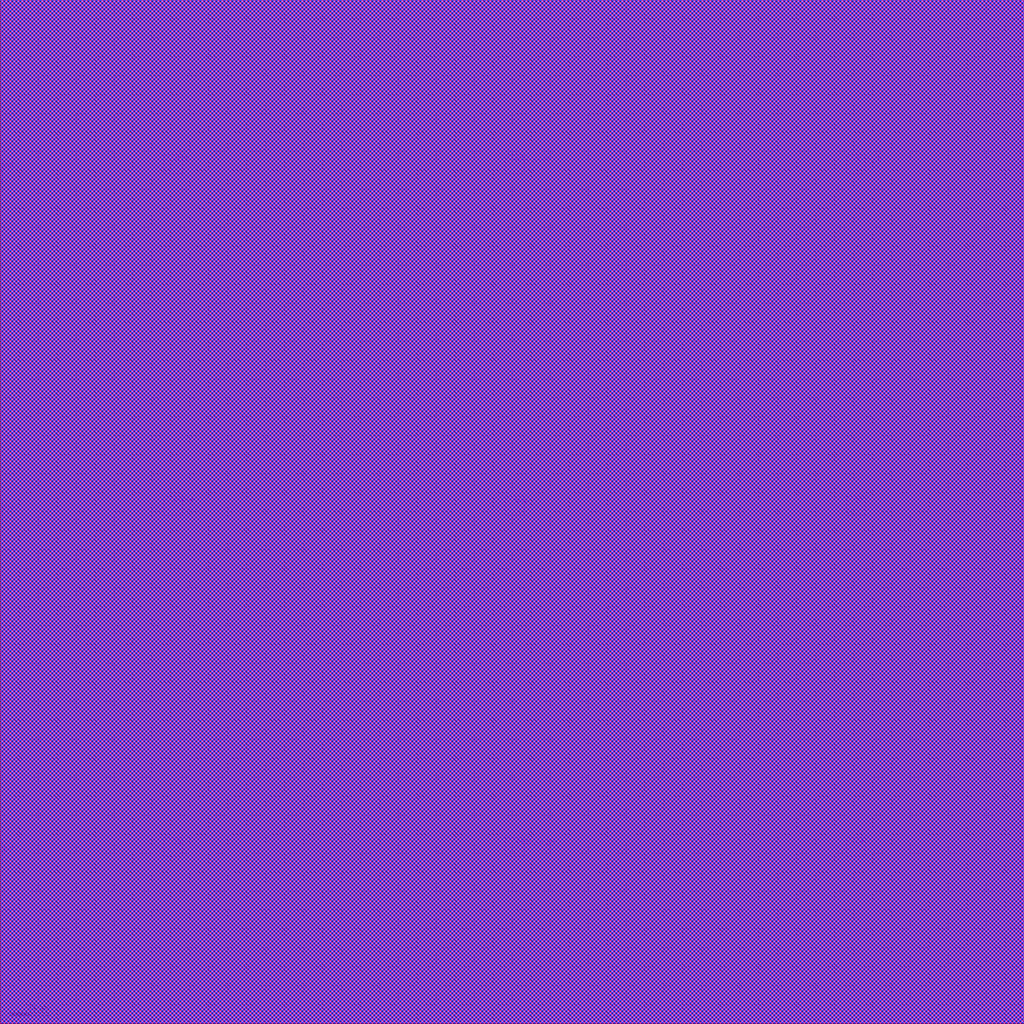
<source format=lef>
#************************************************************************************************#
# Copyright (C) 2021 by Cadence Design Systems Inc	         	                         #
#************************************************************************************************#
#************************************************************************************************#
# IP               : cdn_sd1000_t16ffc_01_vc176_2xa1xd3xe2y2r                            	 #
# DESCRIPTION      : LEF file  									 #
# CREATED BY       : Sachin Nandurkar (sachinn@cadence.com)       				 #
# LAST CHANGED     : 20210527                                                                    #
# VERSION          : 102                                                                         #
# VERSION HISTORY  : 101 20191024 , File created				 		 #
# VERSION HISTORY  : 102 20210602 , Updated bump pin location				 	 #
# DISCLAIMER       : The lef parser used to verify the syntax of this file may have bugs. Please #
#                  : ensure that there are no problems while you read this file in your tool. 	 #
#************************************************************************************************#

VERSION 5.7 ;
BUSBITCHARS "[]" ;
DIVIDERCHAR "/" ;

SITE SITEOFcdn_sd1000_t16ffc_01_vc176_2xa1xd3xe2y2r
  CLASS CORE ;
  SYMMETRY X Y ;
  SIZE 540 BY 540 ;
END SITEOFcdn_sd1000_t16ffc_01_vc176_2xa1xd3xe2y2r

MACRO cdn_sd1000_t16ffc_01_vc176_2xa1xd3xe2y2r
  CLASS BLOCK ;
  ORIGIN 0 0 ;
  FOREIGN cdn_sd1000_t16ffc_01_vc176_2xa1xd3xe2y2r 0 0 ;
  SIZE 540 BY 540 ;
  SYMMETRY X Y ;
  SITE SITEOFcdn_sd1000_t16ffc_01_vc176_2xa1xd3xe2y2r ;
  PIN tap_trst_n
    DIRECTION INPUT ;
    USE SIGNAL ;
    PORT
      LAYER M5 ;
        RECT 321.64 539.8 321.72 540 ;
    END
  END tap_trst_n
  PIN databus_reset
    DIRECTION INPUT ;
    USE SIGNAL ;
    PORT
      LAYER M5 ;
        RECT 305.88 539.8 305.96 540 ;
    END
  END databus_reset
  PIN hssi_tx_clockin
    DIRECTION INPUT ;
    USE SIGNAL ;
    PORT
      LAYER M5 ;
        RECT 265.72 539.8 265.8 540 ;
    END
  END hssi_tx_clockin
  PIN scan_sieclock
    DIRECTION INPUT ;
    USE SIGNAL ;
    PORT
      LAYER M5 ;
        RECT 266.68 539.8 266.76 540 ;
    END
  END scan_sieclock
  PIN psm_clock
    DIRECTION INPUT ;
    USE SIGNAL ;
    PORT
      LAYER M5 ;
        RECT 267.64 539.8 267.72 540 ;
    END
  END psm_clock
  PIN apb_pclk
    DIRECTION INPUT ;
    USE SIGNAL ;
    PORT
      LAYER M5 ;
        RECT 267.32 539.8 267.4 540 ;
    END
  END apb_pclk
  PIN scan_out[22]
    DIRECTION OUTPUT ;
    USE SIGNAL ;
    PORT
      LAYER M5 ;
        RECT 353.08 539.8 353.16 540 ;
    END
  END scan_out[22]
  PIN scan_out[33]
    DIRECTION OUTPUT ;
    USE SIGNAL ;
    PORT
      LAYER M5 ;
        RECT 354.84 539.8 354.92 540 ;
    END
  END scan_out[33]
  PIN scan_out[31]
    DIRECTION OUTPUT ;
    USE SIGNAL ;
    PORT
      LAYER M5 ;
        RECT 354.52 539.8 354.6 540 ;
    END
  END scan_out[31]
  PIN scan_out[29]
    DIRECTION OUTPUT ;
    USE SIGNAL ;
    PORT
      LAYER M5 ;
        RECT 354.2 539.8 354.28 540 ;
    END
  END scan_out[29]
  PIN scan_out[27]
    DIRECTION OUTPUT ;
    USE SIGNAL ;
    PORT
      LAYER M5 ;
        RECT 353.88 539.8 353.96 540 ;
    END
  END scan_out[27]
  PIN scan_out[25]
    DIRECTION OUTPUT ;
    USE SIGNAL ;
    PORT
      LAYER M5 ;
        RECT 353.56 539.8 353.64 540 ;
    END
  END scan_out[25]
  PIN scan_out[23]
    DIRECTION OUTPUT ;
    USE SIGNAL ;
    PORT
      LAYER M5 ;
        RECT 353.24 539.8 353.32 540 ;
    END
  END scan_out[23]
  PIN scan_out[20]
    DIRECTION OUTPUT ;
    USE SIGNAL ;
    PORT
      LAYER M5 ;
        RECT 352.76 539.8 352.84 540 ;
    END
  END scan_out[20]
  PIN scan_out[18]
    DIRECTION OUTPUT ;
    USE SIGNAL ;
    PORT
      LAYER M5 ;
        RECT 352.44 539.8 352.52 540 ;
    END
  END scan_out[18]
  PIN scan_in[18]
    DIRECTION INPUT ;
    USE SIGNAL ;
    PORT
      LAYER M5 ;
        RECT 279.32 539.8 279.4 540 ;
    END
  END scan_in[18]
  PIN scan_in[20]
    DIRECTION INPUT ;
    USE SIGNAL ;
    PORT
      LAYER M5 ;
        RECT 279.64 539.8 279.72 540 ;
    END
  END scan_in[20]
  PIN scan_in[22]
    DIRECTION INPUT ;
    USE SIGNAL ;
    PORT
      LAYER M5 ;
        RECT 279.96 539.8 280.04 540 ;
    END
  END scan_in[22]
  PIN adp_sense_ana
    DIRECTION OUTPUT ;
    USE SIGNAL ;
    PORT
      LAYER M5 ;
        RECT 296.52 539.8 296.6 540 ;
    END
  END adp_sense_ana
  PIN sessvld
    DIRECTION OUTPUT ;
    USE SIGNAL ;
    PORT
      LAYER M5 ;
        RECT 296.84 539.8 296.92 540 ;
    END
  END sessvld
  PIN iddig
    DIRECTION OUTPUT ;
    USE SIGNAL ;
    PORT
      LAYER M5 ;
        RECT 303.96 539.8 304.04 540 ;
    END
  END iddig
  PIN hssi_ded_ana
    DIRECTION OUTPUT ;
    USE SIGNAL ;
    PORT
      LAYER M5 ;
        RECT 304.12 539.8 304.2 540 ;
    END
  END hssi_ded_ana
  PIN hssi_squelch
    DIRECTION OUTPUT ;
    USE SIGNAL ;
    PORT
      LAYER M5 ;
        RECT 318.44 539.8 318.52 540 ;
    END
  END hssi_squelch
  PIN hssi_dataout[0]
    DIRECTION OUTPUT ;
    USE SIGNAL ;
    PORT
      LAYER M5 ;
        RECT 337.56 539.8 337.64 540 ;
    END
  END hssi_dataout[0]
  PIN hssi_dataout[2]
    DIRECTION OUTPUT ;
    USE SIGNAL ;
    PORT
      LAYER M5 ;
        RECT 337.88 539.8 337.96 540 ;
    END
  END hssi_dataout[2]
  PIN rx_rcv
    DIRECTION OUTPUT ;
    USE SIGNAL ;
    PORT
      LAYER M5 ;
        RECT 325.48 539.8 325.56 540 ;
    END
  END rx_rcv
  PIN rx_dm
    DIRECTION OUTPUT ;
    USE SIGNAL ;
    PORT
      LAYER M5 ;
        RECT 304.44 539.8 304.52 540 ;
    END
  END rx_dm
  PIN dataout[1]
    DIRECTION OUTPUT ;
    USE SIGNAL ;
    PORT
      LAYER M5 ;
        RECT 335.16 539.8 335.24 540 ;
    END
  END dataout[1]
  PIN datain[6]
    DIRECTION INPUT ;
    USE SIGNAL ;
    PORT
      LAYER M5 ;
        RECT 292.36 539.8 292.44 540 ;
    END
  END datain[6]
  PIN datain[8]
    DIRECTION INPUT ;
    USE SIGNAL ;
    PORT
      LAYER M5 ;
        RECT 292.68 539.8 292.76 540 ;
    END
  END datain[8]
  PIN dp_vdat_ref_comp_en
    DIRECTION INPUT ;
    USE SIGNAL ;
    PORT
      LAYER M5 ;
        RECT 310.84 539.8 310.92 540 ;
    END
  END dp_vdat_ref_comp_en
  PIN scan_in[34]
    DIRECTION INPUT ;
    USE SIGNAL ;
    PORT
      LAYER M5 ;
        RECT 281.88 539.8 281.96 540 ;
    END
  END scan_in[34]
  PIN usb2_phy_spare_out[7]
    DIRECTION OUTPUT ;
    USE SIGNAL ;
    PORT
      LAYER M5 ;
        RECT 340.6 539.8 340.68 540 ;
    END
  END usb2_phy_spare_out[7]
  PIN apb_pready
    DIRECTION OUTPUT ;
    USE SIGNAL ;
    PORT
      LAYER M5 ;
        RECT 306.2 539.8 306.28 540 ;
    END
  END apb_pready
  PIN usb2_phy_spare_out[1]
    DIRECTION OUTPUT ;
    USE SIGNAL ;
    PORT
      LAYER M5 ;
        RECT 339.64 539.8 339.72 540 ;
    END
  END usb2_phy_spare_out[1]
  PIN usb2_phy_spare_out[5]
    DIRECTION OUTPUT ;
    USE SIGNAL ;
    PORT
      LAYER M5 ;
        RECT 340.28 539.8 340.36 540 ;
    END
  END usb2_phy_spare_out[5]
  PIN dm_vdat_ref_comp_en
    DIRECTION INPUT ;
    USE SIGNAL ;
    PORT
      LAYER M5 ;
        RECT 324.36 539.8 324.44 540 ;
    END
  END dm_vdat_ref_comp_en
  PIN usb2_phy_spare_out[3]
    DIRECTION OUTPUT ;
    USE SIGNAL ;
    PORT
      LAYER M5 ;
        RECT 339.96 539.8 340.04 540 ;
    END
  END usb2_phy_spare_out[3]
  PIN scan_in[17]
    DIRECTION INPUT ;
    USE SIGNAL ;
    PORT
      LAYER M5 ;
        RECT 279.16 539.8 279.24 540 ;
    END
  END scan_in[17]
  PIN bist_mode_sel[0]
    DIRECTION INPUT ;
    USE SIGNAL ;
    PORT
      LAYER M5 ;
        RECT 333.08 539.8 333.16 540 ;
    END
  END bist_mode_sel[0]
  PIN scan_in[14]
    DIRECTION INPUT ;
    USE SIGNAL ;
    PORT
      LAYER M5 ;
        RECT 278.68 539.8 278.76 540 ;
    END
  END scan_in[14]
  PIN scan_en
    DIRECTION INPUT ;
    USE SIGNAL ;
    PORT
      LAYER M5 ;
        RECT 309.4 539.8 309.48 540 ;
    END
  END scan_en
  PIN dataout[11]
    DIRECTION OUTPUT ;
    USE SIGNAL ;
    PORT
      LAYER M5 ;
        RECT 336.76 539.8 336.84 540 ;
    END
  END dataout[11]
  PIN dataout[9]
    DIRECTION OUTPUT ;
    USE SIGNAL ;
    PORT
      LAYER M5 ;
        RECT 336.44 539.8 336.52 540 ;
    END
  END dataout[9]
  PIN apb_presetn
    DIRECTION INPUT ;
    USE SIGNAL ;
    PORT
      LAYER M5 ;
        RECT 321.48 539.8 321.56 540 ;
    END
  END apb_presetn
  PIN iddq_mode
    DIRECTION INPUT ;
    USE SIGNAL ;
    PORT
      LAYER M5 ;
        RECT 310.04 539.8 310.12 540 ;
    END
  END iddq_mode
  PIN scan_clock
    DIRECTION INPUT ;
    USE SIGNAL ;
    PORT
      LAYER M5 ;
        RECT 267.96 539.8 268.04 540 ;
    END
  END scan_clock
  PIN tx_se0
    DIRECTION INPUT ;
    USE SIGNAL ;
    PORT
      LAYER M5 ;
        RECT 323.24 539.8 323.32 540 ;
    END
  END tx_se0
  PIN dataout[13]
    DIRECTION OUTPUT ;
    USE SIGNAL ;
    PORT
      LAYER M5 ;
        RECT 337.08 539.8 337.16 540 ;
    END
  END dataout[13]
  PIN dataout[15]
    DIRECTION OUTPUT ;
    USE SIGNAL ;
    PORT
      LAYER M5 ;
        RECT 337.4 539.8 337.48 540 ;
    END
  END dataout[15]
  PIN rxvalid
    DIRECTION OUTPUT ;
    USE SIGNAL ;
    PORT
      LAYER M5 ;
        RECT 319.24 539.8 319.32 540 ;
    END
  END rxvalid
  PIN rxactive
    DIRECTION OUTPUT ;
    USE SIGNAL ;
    PORT
      LAYER M5 ;
        RECT 307.16 539.8 307.24 540 ;
    END
  END rxactive
  PIN linestate[0]
    DIRECTION OUTPUT ;
    USE SIGNAL ;
    PORT
      LAYER M5 ;
        RECT 305.4 539.8 305.48 540 ;
    END
  END linestate[0]
  PIN hostdisconnect
    DIRECTION OUTPUT ;
    USE SIGNAL ;
    PORT
      LAYER M5 ;
        RECT 305.72 539.8 305.8 540 ;
    END
  END hostdisconnect
  PIN scan_out[1]
    DIRECTION OUTPUT ;
    USE SIGNAL ;
    PORT
      LAYER M5 ;
        RECT 340.92 539.8 341 540 ;
    END
  END scan_out[1]
  PIN scan_out[3]
    DIRECTION OUTPUT ;
    USE SIGNAL ;
    PORT
      LAYER M5 ;
        RECT 341.24 539.8 341.32 540 ;
    END
  END scan_out[3]
  PIN scan_out[5]
    DIRECTION OUTPUT ;
    USE SIGNAL ;
    PORT
      LAYER M5 ;
        RECT 341.56 539.8 341.64 540 ;
    END
  END scan_out[5]
  PIN scan_out[7]
    DIRECTION OUTPUT ;
    USE SIGNAL ;
    PORT
      LAYER M5 ;
        RECT 341.88 539.8 341.96 540 ;
    END
  END scan_out[7]
  PIN scan_out[9]
    DIRECTION OUTPUT ;
    USE SIGNAL ;
    PORT
      LAYER M5 ;
        RECT 342.2 539.8 342.28 540 ;
    END
  END scan_out[9]
  PIN scan_out[11]
    DIRECTION OUTPUT ;
    USE SIGNAL ;
    PORT
      LAYER M5 ;
        RECT 342.52 539.8 342.6 540 ;
    END
  END scan_out[11]
  PIN scan_out[13]
    DIRECTION OUTPUT ;
    USE SIGNAL ;
    PORT
      LAYER M5 ;
        RECT 342.84 539.8 342.92 540 ;
    END
  END scan_out[13]
  PIN hssi_rx_clockout
    DIRECTION OUTPUT ;
    USE SIGNAL ;
    PORT
      LAYER M5 ;
        RECT 269.24 539.8 269.32 540 ;
    END
  END hssi_rx_clockout
  PIN pll_clockout
    DIRECTION OUTPUT ;
    USE SIGNAL ;
    PORT
      LAYER M5 ;
        RECT 268.92 539.8 269 540 ;
    END
  END pll_clockout
  PIN scan_ats_sieclock
    DIRECTION OUTPUT ;
    USE SIGNAL ;
    PORT
      LAYER M5 ;
        RECT 265.08 539.8 265.16 540 ;
    END
  END scan_ats_sieclock
  PIN tx_dat
    DIRECTION INPUT ;
    USE SIGNAL ;
    PORT
      LAYER M5 ;
        RECT 319.4 539.8 319.48 540 ;
    END
  END tx_dat
  PIN refclock
    DIRECTION INPUT ;
    USE SIGNAL ;
    PORT
      LAYER M5 ;
        RECT 266.04 539.8 266.12 540 ;
    END
  END refclock
  PIN tap_tck
    DIRECTION INPUT ;
    USE SIGNAL ;
    PORT
      LAYER M5 ;
        RECT 306.04 539.8 306.12 540 ;
    END
  END tap_tck
  PIN scan_hsclock
    DIRECTION INPUT ;
    USE SIGNAL ;
    PORT
      LAYER M5 ;
        RECT 267 539.8 267.08 540 ;
    END
  END scan_hsclock
  PIN datain[0]
    DIRECTION INPUT ;
    USE SIGNAL ;
    PORT
      LAYER M5 ;
        RECT 291.4 539.8 291.48 540 ;
    END
  END datain[0]
  PIN datain[2]
    DIRECTION INPUT ;
    USE SIGNAL ;
    PORT
      LAYER M5 ;
        RECT 291.72 539.8 291.8 540 ;
    END
  END datain[2]
  PIN datain[4]
    DIRECTION INPUT ;
    USE SIGNAL ;
    PORT
      LAYER M5 ;
        RECT 292.04 539.8 292.12 540 ;
    END
  END datain[4]
  PIN bist_complete
    DIRECTION OUTPUT ;
    USE SIGNAL ;
    PORT
      LAYER M5 ;
        RECT 295.72 539.8 295.8 540 ;
    END
  END bist_complete
  PIN rid_float_comp_sts
    DIRECTION OUTPUT ;
    USE SIGNAL ;
    PORT
      LAYER M5 ;
        RECT 295.88 539.8 295.96 540 ;
    END
  END rid_float_comp_sts
  PIN rid_b_comp_sts
    DIRECTION OUTPUT ;
    USE SIGNAL ;
    PORT
      LAYER M5 ;
        RECT 306.52 539.8 306.6 540 ;
    END
  END rid_b_comp_sts
  PIN dp_vdat_ref_comp_sts
    DIRECTION OUTPUT ;
    USE SIGNAL ;
    PORT
      LAYER M5 ;
        RECT 296.2 539.8 296.28 540 ;
    END
  END dp_vdat_ref_comp_sts
  PIN dm_vdat_ref_comp_sts
    DIRECTION OUTPUT ;
    USE SIGNAL ;
    PORT
      LAYER M5 ;
        RECT 296.36 539.8 296.44 540 ;
    END
  END dm_vdat_ref_comp_sts
  PIN pll_clk_sel[1]
    DIRECTION INPUT ;
    USE SIGNAL ;
    PORT
      LAYER M5 ;
        RECT 266.36 539.8 266.44 540 ;
    END
  END pll_clk_sel[1]
  PIN option_cv
    DIRECTION INPUT ;
    USE SIGNAL ;
    PORT
      LAYER M5 ;
        RECT 345.08 539.8 345.16 540 ;
    END
  END option_cv
  PIN tap_tms
    DIRECTION INPUT ;
    USE SIGNAL ;
    PORT
      LAYER M5 ;
        RECT 309.72 539.8 309.8 540 ;
    END
  END tap_tms
  PIN apb_pwdata[0]
    DIRECTION INPUT ;
    USE SIGNAL ;
    PORT
      LAYER M5 ;
        RECT 333.72 539.8 333.8 540 ;
    END
  END apb_pwdata[0]
  PIN apb_pwdata[2]
    DIRECTION INPUT ;
    USE SIGNAL ;
    PORT
      LAYER M5 ;
        RECT 334.04 539.8 334.12 540 ;
    END
  END apb_pwdata[2]
  PIN apb_pwdata[4]
    DIRECTION INPUT ;
    USE SIGNAL ;
    PORT
      LAYER M5 ;
        RECT 334.36 539.8 334.44 540 ;
    END
  END apb_pwdata[4]
  PIN apb_pwdata[6]
    DIRECTION INPUT ;
    USE SIGNAL ;
    PORT
      LAYER M5 ;
        RECT 334.68 539.8 334.76 540 ;
    END
  END apb_pwdata[6]
  PIN apb_paddr[0]
    DIRECTION INPUT ;
    USE SIGNAL ;
    PORT
      LAYER M5 ;
        RECT 332.92 539.8 333 540 ;
    END
  END apb_paddr[0]
  PIN scan_out[16]
    DIRECTION OUTPUT ;
    USE SIGNAL ;
    PORT
      LAYER M5 ;
        RECT 343.32 539.8 343.4 540 ;
    END
  END scan_out[16]
  PIN datain[14]
    DIRECTION INPUT ;
    USE SIGNAL ;
    PORT
      LAYER M5 ;
        RECT 293.64 539.8 293.72 540 ;
    END
  END datain[14]
  PIN usb2_phy_spare_out[6]
    DIRECTION OUTPUT ;
    USE SIGNAL ;
    PORT
      LAYER M5 ;
        RECT 340.44 539.8 340.52 540 ;
    END
  END usb2_phy_spare_out[6]
  PIN bist_error_count[0]
    DIRECTION OUTPUT ;
    USE SIGNAL ;
    PORT
      LAYER M5 ;
        RECT 338.2 539.8 338.28 540 ;
    END
  END bist_error_count[0]
  PIN bist_error_count[2]
    DIRECTION OUTPUT ;
    USE SIGNAL ;
    PORT
      LAYER M5 ;
        RECT 338.52 539.8 338.6 540 ;
    END
  END bist_error_count[2]
  PIN bist_error_count[4]
    DIRECTION OUTPUT ;
    USE SIGNAL ;
    PORT
      LAYER M5 ;
        RECT 338.84 539.8 338.92 540 ;
    END
  END bist_error_count[4]
  PIN bist_error_count[6]
    DIRECTION OUTPUT ;
    USE SIGNAL ;
    PORT
      LAYER M5 ;
        RECT 339.16 539.8 339.24 540 ;
    END
  END bist_error_count[6]
  PIN bist_error
    DIRECTION OUTPUT ;
    USE SIGNAL ;
    PORT
      LAYER M5 ;
        RECT 310.52 539.8 310.6 540 ;
    END
  END bist_error
  PIN rid_gnd_comp_sts
    DIRECTION OUTPUT ;
    USE SIGNAL ;
    PORT
      LAYER M5 ;
        RECT 306.36 539.8 306.44 540 ;
    END
  END rid_gnd_comp_sts
  PIN rid_c_comp_sts
    DIRECTION OUTPUT ;
    USE SIGNAL ;
    PORT
      LAYER M5 ;
        RECT 325.64 539.8 325.72 540 ;
    END
  END rid_c_comp_sts
  PIN rid_a_comp_sts
    DIRECTION OUTPUT ;
    USE SIGNAL ;
    PORT
      LAYER M5 ;
        RECT 296.04 539.8 296.12 540 ;
    END
  END rid_a_comp_sts
  PIN dm_vlgc_comp_sts
    DIRECTION OUTPUT ;
    USE SIGNAL ;
    PORT
      LAYER M5 ;
        RECT 306.68 539.8 306.76 540 ;
    END
  END dm_vlgc_comp_sts
  PIN dcd_comp_sts
    DIRECTION OUTPUT ;
    USE SIGNAL ;
    PORT
      LAYER M5 ;
        RECT 306.84 539.8 306.92 540 ;
    END
  END dcd_comp_sts
  PIN adp_probe_ana
    DIRECTION OUTPUT ;
    USE SIGNAL ;
    PORT
      LAYER M5 ;
        RECT 296.68 539.8 296.76 540 ;
    END
  END adp_probe_ana
  PIN vbusvalid
    DIRECTION OUTPUT ;
    USE SIGNAL ;
    PORT
      LAYER M5 ;
        RECT 297 539.8 297.08 540 ;
    END
  END vbusvalid
  PIN hssi_chirp_data
    DIRECTION OUTPUT ;
    USE SIGNAL ;
    PORT
      LAYER M5 ;
        RECT 317.96 539.8 318.04 540 ;
    END
  END hssi_chirp_data
  PIN hssi_rxerror
    DIRECTION OUTPUT ;
    USE SIGNAL ;
    PORT
      LAYER M5 ;
        RECT 307 539.8 307.08 540 ;
    END
  END hssi_rxerror
  PIN hssi_rxvalid
    DIRECTION OUTPUT ;
    USE SIGNAL ;
    PORT
      LAYER M5 ;
        RECT 304.28 539.8 304.36 540 ;
    END
  END hssi_rxvalid
  PIN hssi_dataout[1]
    DIRECTION OUTPUT ;
    USE SIGNAL ;
    PORT
      LAYER M5 ;
        RECT 337.72 539.8 337.8 540 ;
    END
  END hssi_dataout[1]
  PIN hssi_dataout[3]
    DIRECTION OUTPUT ;
    USE SIGNAL ;
    PORT
      LAYER M5 ;
        RECT 338.04 539.8 338.12 540 ;
    END
  END hssi_dataout[3]
  PIN rx_dp
    DIRECTION OUTPUT ;
    USE SIGNAL ;
    PORT
      LAYER M5 ;
        RECT 318.92 539.8 319 540 ;
    END
  END rx_dp
  PIN dataout[0]
    DIRECTION OUTPUT ;
    USE SIGNAL ;
    PORT
      LAYER M5 ;
        RECT 335 539.8 335.08 540 ;
    END
  END dataout[0]
  PIN dataout[2]
    DIRECTION OUTPUT ;
    USE SIGNAL ;
    PORT
      LAYER M5 ;
        RECT 335.32 539.8 335.4 540 ;
    END
  END dataout[2]
  PIN dataout[4]
    DIRECTION OUTPUT ;
    USE SIGNAL ;
    PORT
      LAYER M5 ;
        RECT 335.64 539.8 335.72 540 ;
    END
  END dataout[4]
  PIN dataout[6]
    DIRECTION OUTPUT ;
    USE SIGNAL ;
    PORT
      LAYER M5 ;
        RECT 335.96 539.8 336.04 540 ;
    END
  END dataout[6]
  PIN dataout[8]
    DIRECTION OUTPUT ;
    USE SIGNAL ;
    PORT
      LAYER M5 ;
        RECT 336.28 539.8 336.36 540 ;
    END
  END dataout[8]
  PIN dataout[10]
    DIRECTION OUTPUT ;
    USE SIGNAL ;
    PORT
      LAYER M5 ;
        RECT 336.6 539.8 336.68 540 ;
    END
  END dataout[10]
  PIN dataout[12]
    DIRECTION OUTPUT ;
    USE SIGNAL ;
    PORT
      LAYER M5 ;
        RECT 336.92 539.8 337 540 ;
    END
  END dataout[12]
  PIN dataout[14]
    DIRECTION OUTPUT ;
    USE SIGNAL ;
    PORT
      LAYER M5 ;
        RECT 337.24 539.8 337.32 540 ;
    END
  END dataout[14]
  PIN rxvalidh
    DIRECTION OUTPUT ;
    USE SIGNAL ;
    PORT
      LAYER M5 ;
        RECT 325.32 539.8 325.4 540 ;
    END
  END rxvalidh
  PIN rxerror
    DIRECTION OUTPUT ;
    USE SIGNAL ;
    PORT
      LAYER M5 ;
        RECT 304.92 539.8 305 540 ;
    END
  END rxerror
  PIN txready
    DIRECTION OUTPUT ;
    USE SIGNAL ;
    PORT
      LAYER M5 ;
        RECT 305.24 539.8 305.32 540 ;
    END
  END txready
  PIN linestate[1]
    DIRECTION OUTPUT ;
    USE SIGNAL ;
    PORT
      LAYER M5 ;
        RECT 305.56 539.8 305.64 540 ;
    END
  END linestate[1]
  PIN scan_out[0]
    DIRECTION OUTPUT ;
    USE SIGNAL ;
    PORT
      LAYER M5 ;
        RECT 340.76 539.8 340.84 540 ;
    END
  END scan_out[0]
  PIN scan_out[2]
    DIRECTION OUTPUT ;
    USE SIGNAL ;
    PORT
      LAYER M5 ;
        RECT 341.08 539.8 341.16 540 ;
    END
  END scan_out[2]
  PIN scan_out[4]
    DIRECTION OUTPUT ;
    USE SIGNAL ;
    PORT
      LAYER M5 ;
        RECT 341.4 539.8 341.48 540 ;
    END
  END scan_out[4]
  PIN scan_out[6]
    DIRECTION OUTPUT ;
    USE SIGNAL ;
    PORT
      LAYER M5 ;
        RECT 341.72 539.8 341.8 540 ;
    END
  END scan_out[6]
  PIN scan_out[8]
    DIRECTION OUTPUT ;
    USE SIGNAL ;
    PORT
      LAYER M5 ;
        RECT 342.04 539.8 342.12 540 ;
    END
  END scan_out[8]
  PIN scan_out[10]
    DIRECTION OUTPUT ;
    USE SIGNAL ;
    PORT
      LAYER M5 ;
        RECT 342.36 539.8 342.44 540 ;
    END
  END scan_out[10]
  PIN scan_out[12]
    DIRECTION OUTPUT ;
    USE SIGNAL ;
    PORT
      LAYER M5 ;
        RECT 342.68 539.8 342.76 540 ;
    END
  END scan_out[12]
  PIN scan_out[14]
    DIRECTION OUTPUT ;
    USE SIGNAL ;
    PORT
      LAYER M5 ;
        RECT 343 539.8 343.08 540 ;
    END
  END scan_out[14]
  PIN hssi_tx_clockout
    DIRECTION OUTPUT ;
    USE SIGNAL ;
    PORT
      LAYER M5 ;
        RECT 264.76 539.8 264.84 540 ;
    END
  END hssi_tx_clockout
  PIN sieclock
    DIRECTION OUTPUT ;
    USE SIGNAL ;
    PORT
      LAYER M5 ;
        RECT 268.6 539.8 268.68 540 ;
    END
  END sieclock
  PIN scan_ats_hsclock
    DIRECTION OUTPUT ;
    USE SIGNAL ;
    PORT
      LAYER M5 ;
        RECT 265.4 539.8 265.48 540 ;
    END
  END scan_ats_hsclock
  PIN option_n
    DIRECTION INPUT ;
    USE SIGNAL ;
    PORT
      LAYER M5 ;
        RECT 344.92 539.8 345 540 ;
    END
  END option_n
  PIN tap_tdi
    DIRECTION INPUT ;
    USE SIGNAL ;
    PORT
      LAYER M5 ;
        RECT 307.32 539.8 307.4 540 ;
    END
  END tap_tdi
  PIN apb_pwdata[1]
    DIRECTION INPUT ;
    USE SIGNAL ;
    PORT
      LAYER M5 ;
        RECT 333.88 539.8 333.96 540 ;
    END
  END apb_pwdata[1]
  PIN apb_pwdata[3]
    DIRECTION INPUT ;
    USE SIGNAL ;
    PORT
      LAYER M5 ;
        RECT 334.2 539.8 334.28 540 ;
    END
  END apb_pwdata[3]
  PIN apb_pwdata[5]
    DIRECTION INPUT ;
    USE SIGNAL ;
    PORT
      LAYER M5 ;
        RECT 334.52 539.8 334.6 540 ;
    END
  END apb_pwdata[5]
  PIN apb_pwdata[7]
    DIRECTION INPUT ;
    USE SIGNAL ;
    PORT
      LAYER M5 ;
        RECT 334.84 539.8 334.92 540 ;
    END
  END apb_pwdata[7]
  PIN apb_paddr[1]
    DIRECTION INPUT ;
    USE SIGNAL ;
    PORT
      LAYER M5 ;
        RECT 332.76 539.8 332.84 540 ;
    END
  END apb_paddr[1]
  PIN apb_paddr[2]
    DIRECTION INPUT ;
    USE SIGNAL ;
    PORT
      LAYER M5 ;
        RECT 332.6 539.8 332.68 540 ;
    END
  END apb_paddr[2]
  PIN scan_in[15]
    DIRECTION INPUT ;
    USE SIGNAL ;
    PORT
      LAYER M5 ;
        RECT 278.84 539.8 278.92 540 ;
    END
  END scan_in[15]
  PIN scan_en_cg
    DIRECTION INPUT ;
    USE SIGNAL ;
    PORT
      LAYER M5 ;
        RECT 282.04 539.8 282.12 540 ;
    END
  END scan_en_cg
  PIN tap_tdoen
    DIRECTION OUTPUT ;
    USE SIGNAL ;
    PORT
      LAYER M5 ;
        RECT 295.24 539.8 295.32 540 ;
    END
  END tap_tdoen
  PIN apb_prdata[0]
    DIRECTION OUTPUT ;
    USE SIGNAL ;
    PORT
      LAYER M5 ;
        RECT 343.48 539.8 343.56 540 ;
    END
  END apb_prdata[0]
  PIN apb_prdata[2]
    DIRECTION OUTPUT ;
    USE SIGNAL ;
    PORT
      LAYER M5 ;
        RECT 343.8 539.8 343.88 540 ;
    END
  END apb_prdata[2]
  PIN apb_prdata[4]
    DIRECTION OUTPUT ;
    USE SIGNAL ;
    PORT
      LAYER M5 ;
        RECT 344.12 539.8 344.2 540 ;
    END
  END apb_prdata[4]
  PIN apb_prdata[6]
    DIRECTION OUTPUT ;
    USE SIGNAL ;
    PORT
      LAYER M5 ;
        RECT 344.44 539.8 344.52 540 ;
    END
  END apb_prdata[6]
  PIN apb_paddr[4]
    DIRECTION INPUT ;
    USE SIGNAL ;
    PORT
      LAYER M5 ;
        RECT 332.28 539.8 332.36 540 ;
    END
  END apb_paddr[4]
  PIN apb_paddr[6]
    DIRECTION INPUT ;
    USE SIGNAL ;
    PORT
      LAYER M5 ;
        RECT 331.96 539.8 332.04 540 ;
    END
  END apb_paddr[6]
  PIN usb2_phy_irq
    DIRECTION OUTPUT ;
    USE SIGNAL ;
    PORT
      LAYER M5 ;
        RECT 345.24 539.8 345.32 540 ;
    END
  END usb2_phy_irq
  PIN apb_penable
    DIRECTION INPUT ;
    USE SIGNAL ;
    PORT
      LAYER M5 ;
        RECT 325.16 539.8 325.24 540 ;
    END
  END apb_penable
  PIN usb2_phy_spare_in[0]
    DIRECTION INPUT ;
    USE SIGNAL ;
    PORT
      LAYER M5 ;
        RECT 293.96 539.8 294.04 540 ;
    END
  END usb2_phy_spare_in[0]
  PIN usb2_phy_spare_in[2]
    DIRECTION INPUT ;
    USE SIGNAL ;
    PORT
      LAYER M5 ;
        RECT 294.28 539.8 294.36 540 ;
    END
  END usb2_phy_spare_in[2]
  PIN usb2_phy_spare_in[4]
    DIRECTION INPUT ;
    USE SIGNAL ;
    PORT
      LAYER M5 ;
        RECT 294.6 539.8 294.68 540 ;
    END
  END usb2_phy_spare_in[4]
  PIN usb2_phy_spare_in[6]
    DIRECTION INPUT ;
    USE SIGNAL ;
    PORT
      LAYER M5 ;
        RECT 294.92 539.8 295 540 ;
    END
  END usb2_phy_spare_in[6]
  PIN loopback[0]
    DIRECTION INPUT ;
    USE SIGNAL ;
    PORT
      LAYER M5 ;
        RECT 325 539.8 325.08 540 ;
    END
  END loopback[0]
  PIN bist_on
    DIRECTION INPUT ;
    USE SIGNAL ;
    PORT
      LAYER M5 ;
        RECT 324.68 539.8 324.76 540 ;
    END
  END bist_on
  PIN bist_mode_sel[1]
    DIRECTION INPUT ;
    USE SIGNAL ;
    PORT
      LAYER M5 ;
        RECT 333.24 539.8 333.32 540 ;
    END
  END bist_mode_sel[1]
  PIN bist_mode_sel[3]
    DIRECTION INPUT ;
    USE SIGNAL ;
    PORT
      LAYER M5 ;
        RECT 333.56 539.8 333.64 540 ;
    END
  END bist_mode_sel[3]
  PIN pll_bypass_mode
    DIRECTION INPUT ;
    USE SIGNAL ;
    PORT
      LAYER M5 ;
        RECT 307.64 539.8 307.72 540 ;
    END
  END pll_bypass_mode
  PIN vdp_src_en
    DIRECTION INPUT ;
    USE SIGNAL ;
    PORT
      LAYER M5 ;
        RECT 307.96 539.8 308.04 540 ;
    END
  END vdp_src_en
  PIN rid_nonfloat_comp_en
    DIRECTION INPUT ;
    USE SIGNAL ;
    PORT
      LAYER M5 ;
        RECT 324.52 539.8 324.6 540 ;
    END
  END rid_nonfloat_comp_en
  PIN idp_src_en
    DIRECTION INPUT ;
    USE SIGNAL ;
    PORT
      LAYER M5 ;
        RECT 295.56 539.8 295.64 540 ;
    END
  END idp_src_en
  PIN idm_sink_en
    DIRECTION INPUT ;
    USE SIGNAL ;
    PORT
      LAYER M5 ;
        RECT 308.12 539.8 308.2 540 ;
    END
  END idm_sink_en
  PIN dm_vlgc_comp_en
    DIRECTION INPUT ;
    USE SIGNAL ;
    PORT
      LAYER M5 ;
        RECT 311 539.8 311.08 540 ;
    END
  END dm_vlgc_comp_en
  PIN bc_en
    DIRECTION INPUT ;
    USE SIGNAL ;
    PORT
      LAYER M5 ;
        RECT 324.2 539.8 324.28 540 ;
    END
  END bc_en
  PIN adp_sink_current_en
    DIRECTION INPUT ;
    USE SIGNAL ;
    PORT
      LAYER M5 ;
        RECT 311.32 539.8 311.4 540 ;
    END
  END adp_sink_current_en
  PIN adp_en
    DIRECTION INPUT ;
    USE SIGNAL ;
    PORT
      LAYER M5 ;
        RECT 311.64 539.8 311.72 540 ;
    END
  END adp_en
  PIN idpullup
    DIRECTION INPUT ;
    USE SIGNAL ;
    PORT
      LAYER M5 ;
        RECT 308.28 539.8 308.36 540 ;
    END
  END idpullup
  PIN vbus_sel[1]
    DIRECTION INPUT ;
    USE SIGNAL ;
    PORT
      LAYER M5 ;
        RECT 321.32 539.8 321.4 540 ;
    END
  END vbus_sel[1]
  PIN pllrefsel[1]
    DIRECTION INPUT ;
    USE SIGNAL ;
    PORT
      LAYER M5 ;
        RECT 321.8 539.8 321.88 540 ;
    END
  END pllrefsel[1]
  PIN pllrefsel[3]
    DIRECTION INPUT ;
    USE SIGNAL ;
    PORT
      LAYER M5 ;
        RECT 322.28 539.8 322.36 540 ;
    END
  END pllrefsel[3]
  PIN pll_standalone
    DIRECTION INPUT ;
    USE SIGNAL ;
    PORT
      LAYER M5 ;
        RECT 308.44 539.8 308.52 540 ;
    END
  END pll_standalone
  PIN pll_clk_sel[0]
    DIRECTION INPUT ;
    USE SIGNAL ;
    PORT
      LAYER M5 ;
        RECT 268.28 539.8 268.36 540 ;
    END
  END pll_clk_sel[0]
  PIN usb2_phy_arch[0]
    DIRECTION INPUT ;
    USE SIGNAL ;
    PORT
      LAYER M5 ;
        RECT 318.28 539.8 318.36 540 ;
    END
  END usb2_phy_arch[0]
  PIN pso_disable_sel[0]
    DIRECTION INPUT ;
    USE SIGNAL ;
    PORT
      LAYER M5 ;
        RECT 304.6 539.8 304.68 540 ;
    END
  END pso_disable_sel[0]
  PIN pso_disable
    DIRECTION INPUT ;
    USE SIGNAL ;
    PORT
      LAYER M5 ;
        RECT 318.6 539.8 318.68 540 ;
    END
  END pso_disable
  PIN hssi_tx_enable
    DIRECTION INPUT ;
    USE SIGNAL ;
    PORT
      LAYER M5 ;
        RECT 318.76 539.8 318.84 540 ;
    END
  END hssi_tx_enable
  PIN hssi_txvalid[1]
    DIRECTION INPUT ;
    USE SIGNAL ;
    PORT
      LAYER M5 ;
        RECT 323.72 539.8 323.8 540 ;
    END
  END hssi_txvalid[1]
  PIN hssi_datain[1]
    DIRECTION INPUT ;
    USE SIGNAL ;
    PORT
      LAYER M5 ;
        RECT 291.08 539.8 291.16 540 ;
    END
  END hssi_datain[1]
  PIN idle_rpu_enable
    DIRECTION INPUT ;
    USE SIGNAL ;
    PORT
      LAYER M5 ;
        RECT 323.4 539.8 323.48 540 ;
    END
  END idle_rpu_enable
  PIN tx_enable_n
    DIRECTION INPUT ;
    USE SIGNAL ;
    PORT
      LAYER M5 ;
        RECT 305.08 539.8 305.16 540 ;
    END
  END tx_enable_n
  PIN fslsserialmode
    DIRECTION INPUT ;
    USE SIGNAL ;
    PORT
      LAYER M5 ;
        RECT 308.6 539.8 308.68 540 ;
    END
  END fslsserialmode
  PIN datain[1]
    DIRECTION INPUT ;
    USE SIGNAL ;
    PORT
      LAYER M5 ;
        RECT 291.56 539.8 291.64 540 ;
    END
  END datain[1]
  PIN datain[3]
    DIRECTION INPUT ;
    USE SIGNAL ;
    PORT
      LAYER M5 ;
        RECT 291.88 539.8 291.96 540 ;
    END
  END datain[3]
  PIN datain[5]
    DIRECTION INPUT ;
    USE SIGNAL ;
    PORT
      LAYER M5 ;
        RECT 292.2 539.8 292.28 540 ;
    END
  END datain[5]
  PIN VBUS
    DIRECTION INOUT ;
    USE ANALOG ;
    PORT
      CLASS BUMP ;
      LAYER AP ;
        RECT 86.269 448.2 96.269 458.2 ;
    END
  END VBUS
  PIN datain[7]
    DIRECTION INPUT ;
    USE SIGNAL ;
    PORT
      LAYER M5 ;
        RECT 292.52 539.8 292.6 540 ;
    END
  END datain[7]
  PIN datain[9]
    DIRECTION INPUT ;
    USE SIGNAL ;
    PORT
      LAYER M5 ;
        RECT 292.84 539.8 292.92 540 ;
    END
  END datain[9]
  PIN datain[11]
    DIRECTION INPUT ;
    USE SIGNAL ;
    PORT
      LAYER M5 ;
        RECT 293.16 539.8 293.24 540 ;
    END
  END datain[11]
  PIN gnd
    DIRECTION INOUT ;
    USE GROUND ;
    PORT
      CLASS BUMP ;
      LAYER AP ;
        RECT 266.269 268.2 276.269 278.2 ;
    END
    PORT
      LAYER M11 ;
        RECT 253.841 539.8 256.341 540 ;
    END
    PORT
      LAYER M10 ;
        RECT 253.841 539.8 256.341 540 ;
    END
    PORT
      LAYER M11 ;
        RECT 271 539.8 272.49 540 ;
    END
    PORT
      LAYER M10 ;
        RECT 271 539.8 272.49 540 ;
    END
    PORT
      LAYER M11 ;
        RECT 284.09 539.8 285.58 540 ;
    END
    PORT
      LAYER M10 ;
        RECT 284.09 539.8 285.58 540 ;
    END
    PORT
      LAYER M11 ;
        RECT 294.09 539.8 295.58 540 ;
    END
    PORT
      LAYER M10 ;
        RECT 294.09 539.8 295.58 540 ;
    END
    PORT
      LAYER M11 ;
        RECT 304.092 539.8 305.582 540 ;
    END
    PORT
      LAYER M10 ;
        RECT 304.092 539.8 305.582 540 ;
    END
    PORT
      LAYER M11 ;
        RECT 314.09 539.8 315.58 540 ;
    END
    PORT
      LAYER M10 ;
        RECT 314.09 539.8 315.58 540 ;
    END
    PORT
      LAYER M11 ;
        RECT 324.091 539.8 325.581 540 ;
    END
    PORT
      LAYER M10 ;
        RECT 324.091 539.8 325.581 540 ;
    END
    PORT
      LAYER M11 ;
        RECT 334.09 539.8 335.58 540 ;
    END
    PORT
      LAYER M10 ;
        RECT 334.09 539.8 335.58 540 ;
    END
    PORT
      LAYER M11 ;
        RECT 352.341 539.8 354.841 540 ;
    END
    PORT
      LAYER M10 ;
        RECT 352.341 539.8 354.841 540 ;
    END
    PORT
      LAYER AP ;
        RECT 0 443.976 1 455.976 ;
    END
    PORT
      LAYER AP ;
        RECT 0 263.976 1 275.976 ;
    END
    PORT
      LAYER AP ;
        RECT 0 83.976 1 95.976 ;
    END
    PORT
      LAYER AP ;
        RECT 539 443.976 540 455.976 ;
    END
    PORT
      LAYER AP ;
        RECT 539 263.976 540 275.976 ;
    END
    PORT
      LAYER AP ;
        RECT 539 83.976 540 95.976 ;
    END
  END gnd
  PIN datain[13]
    DIRECTION INPUT ;
    USE SIGNAL ;
    PORT
      LAYER M5 ;
        RECT 293.48 539.8 293.56 540 ;
    END
  END datain[13]
  PIN datain[15]
    DIRECTION INPUT ;
    USE SIGNAL ;
    PORT
      LAYER M5 ;
        RECT 293.8 539.8 293.88 540 ;
    END
  END datain[15]
  PIN txvalid
    DIRECTION INPUT ;
    USE SIGNAL ;
    PORT
      LAYER M5 ;
        RECT 322.76 539.8 322.84 540 ;
    END
  END txvalid
  PIN AVDD_IO
    DIRECTION INOUT ;
    USE POWER ;
    PORT
      CLASS BUMP ;
      LAYER AP ;
        RECT 446.269 448.2 456.269 458.2 ;
    END
  END AVDD_IO
  PIN scan_in[24]
    DIRECTION INPUT ;
    USE SIGNAL ;
    PORT
      LAYER M5 ;
        RECT 280.28 539.8 280.36 540 ;
    END
  END scan_in[24]
  PIN AVDD_IO_HV
    DIRECTION INOUT ;
    USE POWER ;
    PORT
      CLASS BUMP ;
      LAYER AP ;
        RECT 266.269 88.2 276.269 98.2 ;
    END
  END AVDD_IO_HV
  PIN scan_in[26]
    DIRECTION INPUT ;
    USE SIGNAL ;
    PORT
      LAYER M5 ;
        RECT 280.6 539.8 280.68 540 ;
    END
  END scan_in[26]
  PIN scan_in[28]
    DIRECTION INPUT ;
    USE SIGNAL ;
    PORT
      LAYER M5 ;
        RECT 280.92 539.8 281 540 ;
    END
  END scan_in[28]
  PIN scan_in[30]
    DIRECTION INPUT ;
    USE SIGNAL ;
    PORT
      LAYER M5 ;
        RECT 281.24 539.8 281.32 540 ;
    END
  END scan_in[30]
  PIN scan_in[32]
    DIRECTION INPUT ;
    USE SIGNAL ;
    PORT
      LAYER M5 ;
        RECT 281.56 539.8 281.64 540 ;
    END
  END scan_in[32]
  PIN scan_in[33]
    DIRECTION INPUT ;
    USE SIGNAL ;
    PORT
      LAYER M5 ;
        RECT 281.72 539.8 281.8 540 ;
    END
  END scan_in[33]
  PIN scan_ats_hssiclock
    DIRECTION OUTPUT ;
    USE SIGNAL ;
    PORT
      LAYER M5 ;
        RECT 264.12 539.8 264.2 540 ;
    END
  END scan_ats_hssiclock
  PIN apb_pslverr
    DIRECTION OUTPUT ;
    USE SIGNAL ;
    PORT
      LAYER M5 ;
        RECT 295.4 539.8 295.48 540 ;
    END
  END apb_pslverr
  PIN usb2_phy_spare_out[0]
    DIRECTION OUTPUT ;
    USE SIGNAL ;
    PORT
      LAYER M5 ;
        RECT 339.48 539.8 339.56 540 ;
    END
  END usb2_phy_spare_out[0]
  PIN usb2_phy_spare_out[2]
    DIRECTION OUTPUT ;
    USE SIGNAL ;
    PORT
      LAYER M5 ;
        RECT 339.8 539.8 339.88 540 ;
    END
  END usb2_phy_spare_out[2]
  PIN usb2_phy_spare_out[4]
    DIRECTION OUTPUT ;
    USE SIGNAL ;
    PORT
      LAYER M5 ;
        RECT 340.12 539.8 340.2 540 ;
    END
  END usb2_phy_spare_out[4]
  PIN RTRIM
    DIRECTION INOUT ;
    USE ANALOG ;
    PORT
      CLASS BUMP ;
      LAYER AP ;
        RECT 86.269 268.2 96.269 278.2 ;
    END
  END RTRIM
  PIN usb2_phy_arch[1]
    DIRECTION INPUT ;
    USE SIGNAL ;
    PORT
      LAYER M5 ;
        RECT 318.12 539.8 318.2 540 ;
    END
  END usb2_phy_arch[1]
  PIN pso_disable_sel[1]
    DIRECTION INPUT ;
    USE SIGNAL ;
    PORT
      LAYER M5 ;
        RECT 304.76 539.8 304.84 540 ;
    END
  END pso_disable_sel[1]
  PIN hssi_ted_en
    DIRECTION INPUT ;
    USE SIGNAL ;
    PORT
      LAYER M5 ;
        RECT 323.56 539.8 323.64 540 ;
    END
  END hssi_ted_en
  PIN txvalidh
    DIRECTION INPUT ;
    USE SIGNAL ;
    PORT
      LAYER M5 ;
        RECT 308.76 539.8 308.84 540 ;
    END
  END txvalidh
  PIN xcvrselect[0]
    DIRECTION INPUT ;
    USE SIGNAL ;
    PORT
      LAYER M5 ;
        RECT 323.08 539.8 323.16 540 ;
    END
  END xcvrselect[0]
  PIN scan_out[15]
    DIRECTION OUTPUT ;
    USE SIGNAL ;
    PORT
      LAYER M5 ;
        RECT 343.16 539.8 343.24 540 ;
    END
  END scan_out[15]
  PIN powerdown[0]
    DIRECTION INPUT ;
    USE SIGNAL ;
    PORT
      LAYER M5 ;
        RECT 319.72 539.8 319.8 540 ;
    END
  END powerdown[0]
  PIN hssi_txvalid[0]
    DIRECTION INPUT ;
    USE SIGNAL ;
    PORT
      LAYER M5 ;
        RECT 323.88 539.8 323.96 540 ;
    END
  END hssi_txvalid[0]
  PIN txbitstuffenableh
    DIRECTION INPUT ;
    USE SIGNAL ;
    PORT
      LAYER M5 ;
        RECT 320.2 539.8 320.28 540 ;
    END
  END txbitstuffenableh
  PIN dmpulldown
    DIRECTION INPUT ;
    USE SIGNAL ;
    PORT
      LAYER M5 ;
        RECT 322.6 539.8 322.68 540 ;
    END
  END dmpulldown
  PIN databus16_8
    DIRECTION INPUT ;
    USE SIGNAL ;
    PORT
      LAYER M5 ;
        RECT 320.36 539.8 320.44 540 ;
    END
  END databus16_8
  PIN sleepm
    DIRECTION INPUT ;
    USE SIGNAL ;
    PORT
      LAYER M5 ;
        RECT 309.24 539.8 309.32 540 ;
    END
  END sleepm
  PIN scan_in[0]
    DIRECTION INPUT ;
    USE SIGNAL ;
    PORT
      LAYER M5 ;
        RECT 276.44 539.8 276.52 540 ;
    END
  END scan_in[0]
  PIN scan_in[2]
    DIRECTION INPUT ;
    USE SIGNAL ;
    PORT
      LAYER M5 ;
        RECT 276.76 539.8 276.84 540 ;
    END
  END scan_in[2]
  PIN scan_in[4]
    DIRECTION INPUT ;
    USE SIGNAL ;
    PORT
      LAYER M5 ;
        RECT 277.08 539.8 277.16 540 ;
    END
  END scan_in[4]
  PIN hssi_datain[0]
    DIRECTION INPUT ;
    USE SIGNAL ;
    PORT
      LAYER M5 ;
        RECT 291.24 539.8 291.32 540 ;
    END
  END hssi_datain[0]
  PIN hssi_mode
    DIRECTION INPUT ;
    USE SIGNAL ;
    PORT
      LAYER M5 ;
        RECT 319.08 539.8 319.16 540 ;
    END
  END hssi_mode
  PIN scan_in[25]
    DIRECTION INPUT ;
    USE SIGNAL ;
    PORT
      LAYER M5 ;
        RECT 280.44 539.8 280.52 540 ;
    END
  END scan_in[25]
  PIN bist_error_count[1]
    DIRECTION OUTPUT ;
    USE SIGNAL ;
    PORT
      LAYER M5 ;
        RECT 338.36 539.8 338.44 540 ;
    END
  END bist_error_count[1]
  PIN scan_hssiclock
    DIRECTION INPUT ;
    USE SIGNAL ;
    PORT
      LAYER M5 ;
        RECT 263.8 539.8 263.88 540 ;
    END
  END scan_hssiclock
  PIN scan_in[10]
    DIRECTION INPUT ;
    USE SIGNAL ;
    PORT
      LAYER M5 ;
        RECT 278.04 539.8 278.12 540 ;
    END
  END scan_in[10]
  PIN scan_in[8]
    DIRECTION INPUT ;
    USE SIGNAL ;
    PORT
      LAYER M5 ;
        RECT 277.72 539.8 277.8 540 ;
    END
  END scan_in[8]
  PIN loopback[1]
    DIRECTION INPUT ;
    USE SIGNAL ;
    PORT
      LAYER M5 ;
        RECT 324.84 539.8 324.92 540 ;
    END
  END loopback[1]
  PIN reset
    DIRECTION INPUT ;
    USE SIGNAL ;
    PORT
      LAYER M5 ;
        RECT 321 539.8 321.08 540 ;
    END
  END reset
  PIN bist_mode_sel[2]
    DIRECTION INPUT ;
    USE SIGNAL ;
    PORT
      LAYER M5 ;
        RECT 333.4 539.8 333.48 540 ;
    END
  END bist_mode_sel[2]
  PIN lane_reverse
    DIRECTION INPUT ;
    USE SIGNAL ;
    PORT
      LAYER M5 ;
        RECT 324.04 539.8 324.12 540 ;
    END
  END lane_reverse
  PIN bist_mode_en
    DIRECTION INPUT ;
    USE SIGNAL ;
    PORT
      LAYER M5 ;
        RECT 307.8 539.8 307.88 540 ;
    END
  END bist_mode_en
  PIN vdm_src_en
    DIRECTION INPUT ;
    USE SIGNAL ;
    PORT
      LAYER M5 ;
        RECT 310.2 539.8 310.28 540 ;
    END
  END vdm_src_en
  PIN rid_float_comp_en
    DIRECTION INPUT ;
    USE SIGNAL ;
    PORT
      LAYER M5 ;
        RECT 310.36 539.8 310.44 540 ;
    END
  END rid_float_comp_en
  PIN idp_sink_en
    DIRECTION INPUT ;
    USE SIGNAL ;
    PORT
      LAYER M5 ;
        RECT 310.68 539.8 310.76 540 ;
    END
  END idp_sink_en
  PIN bist_error_count[7]
    DIRECTION OUTPUT ;
    USE SIGNAL ;
    PORT
      LAYER M5 ;
        RECT 339.32 539.8 339.4 540 ;
    END
  END bist_error_count[7]
  PIN scan_in[27]
    DIRECTION INPUT ;
    USE SIGNAL ;
    PORT
      LAYER M5 ;
        RECT 280.76 539.8 280.84 540 ;
    END
  END scan_in[27]
  PIN bist_error_count[5]
    DIRECTION OUTPUT ;
    USE SIGNAL ;
    PORT
      LAYER M5 ;
        RECT 339 539.8 339.08 540 ;
    END
  END bist_error_count[5]
  PIN bist_error_count[3]
    DIRECTION OUTPUT ;
    USE SIGNAL ;
    PORT
      LAYER M5 ;
        RECT 338.68 539.8 338.76 540 ;
    END
  END bist_error_count[3]
  PIN scan_in[29]
    DIRECTION INPUT ;
    USE SIGNAL ;
    PORT
      LAYER M5 ;
        RECT 281.08 539.8 281.16 540 ;
    END
  END scan_in[29]
  PIN scan_in[31]
    DIRECTION INPUT ;
    USE SIGNAL ;
    PORT
      LAYER M5 ;
        RECT 281.4 539.8 281.48 540 ;
    END
  END scan_in[31]
  PIN datain[10]
    DIRECTION INPUT ;
    USE SIGNAL ;
    PORT
      LAYER M5 ;
        RECT 293 539.8 293.08 540 ;
    END
  END datain[10]
  PIN pll_clkon
    DIRECTION INPUT ;
    USE SIGNAL ;
    PORT
      LAYER M5 ;
        RECT 264.44 539.8 264.52 540 ;
    END
  END pll_clkon
  PIN datain[12]
    DIRECTION INPUT ;
    USE SIGNAL ;
    PORT
      LAYER M5 ;
        RECT 293.32 539.8 293.4 540 ;
    END
  END datain[12]
  PIN opmode[0]
    DIRECTION INPUT ;
    USE SIGNAL ;
    PORT
      LAYER M5 ;
        RECT 320.04 539.8 320.12 540 ;
    END
  END opmode[0]
  PIN tap_tdo
    DIRECTION OUTPUT ;
    USE SIGNAL ;
    PORT
      LAYER M5 ;
        RECT 344.76 539.8 344.84 540 ;
    END
  END tap_tdo
  PIN adp_sense_en
    DIRECTION INPUT ;
    USE SIGNAL ;
    PORT
      LAYER M5 ;
        RECT 311.48 539.8 311.56 540 ;
    END
  END adp_sense_en
  PIN apb_prdata[1]
    DIRECTION OUTPUT ;
    USE SIGNAL ;
    PORT
      LAYER M5 ;
        RECT 343.64 539.8 343.72 540 ;
    END
  END apb_prdata[1]
  PIN adp_probe_en
    DIRECTION INPUT ;
    USE SIGNAL ;
    PORT
      LAYER M5 ;
        RECT 311.8 539.8 311.88 540 ;
    END
  END adp_probe_en
  PIN apb_prdata[3]
    DIRECTION OUTPUT ;
    USE SIGNAL ;
    PORT
      LAYER M5 ;
        RECT 343.96 539.8 344.04 540 ;
    END
  END apb_prdata[3]
  PIN apb_prdata[5]
    DIRECTION OUTPUT ;
    USE SIGNAL ;
    PORT
      LAYER M5 ;
        RECT 344.28 539.8 344.36 540 ;
    END
  END apb_prdata[5]
  PIN vbus_sel[0]
    DIRECTION INPUT ;
    USE SIGNAL ;
    PORT
      LAYER M5 ;
        RECT 321.16 539.8 321.24 540 ;
    END
  END vbus_sel[0]
  PIN apb_prdata[7]
    DIRECTION OUTPUT ;
    USE SIGNAL ;
    PORT
      LAYER M5 ;
        RECT 344.6 539.8 344.68 540 ;
    END
  END apb_prdata[7]
  PIN pllrefsel[0]
    DIRECTION INPUT ;
    USE SIGNAL ;
    PORT
      LAYER M5 ;
        RECT 322.12 539.8 322.2 540 ;
    END
  END pllrefsel[0]
  PIN AVDD_CORE
    DIRECTION INOUT ;
    USE POWER ;
    PORT
      CLASS BUMP ;
      LAYER AP ;
        RECT 266.269 448.2 276.269 458.2 ;
    END
  END AVDD_CORE
  PIN apb_paddr[5]
    DIRECTION INPUT ;
    USE SIGNAL ;
    PORT
      LAYER M5 ;
        RECT 332.12 539.8 332.2 540 ;
    END
  END apb_paddr[5]
  PIN DM
    DIRECTION INOUT ;
    USE ANALOG ;
    PORT
      CLASS BUMP ;
      LAYER AP ;
        RECT 446.269 88.2 456.269 98.2 ;
    END
  END DM
  PIN apb_paddr[7]
    DIRECTION INPUT ;
    USE SIGNAL ;
    PORT
      LAYER M5 ;
        RECT 331.8 539.8 331.88 540 ;
    END
  END apb_paddr[7]
  PIN DP
    DIRECTION INOUT ;
    USE ANALOG ;
    PORT
      CLASS BUMP ;
      LAYER AP ;
        RECT 446.269 268.2 456.269 278.2 ;
    END
  END DP
  PIN apb_pselx
    DIRECTION INPUT ;
    USE SIGNAL ;
    PORT
      LAYER M5 ;
        RECT 309.88 539.8 309.96 540 ;
    END
  END apb_pselx
  PIN ID
    DIRECTION INOUT ;
    USE ANALOG ;
    PORT
      CLASS BUMP ;
      LAYER AP ;
        RECT 86.269 88.2 96.269 98.2 ;
    END
  END ID
  PIN apb_pwrite
    DIRECTION INPUT ;
    USE SIGNAL ;
    PORT
      LAYER M5 ;
        RECT 307.48 539.8 307.56 540 ;
    END
  END apb_pwrite
  PIN usb2_phy_spare_in[1]
    DIRECTION INPUT ;
    USE SIGNAL ;
    PORT
      LAYER M5 ;
        RECT 294.12 539.8 294.2 540 ;
    END
  END usb2_phy_spare_in[1]
  PIN scan_in[6]
    DIRECTION INPUT ;
    USE SIGNAL ;
    PORT
      LAYER M5 ;
        RECT 277.4 539.8 277.48 540 ;
    END
  END scan_in[6]
  PIN usb2_phy_spare_in[3]
    DIRECTION INPUT ;
    USE SIGNAL ;
    PORT
      LAYER M5 ;
        RECT 294.44 539.8 294.52 540 ;
    END
  END usb2_phy_spare_in[3]
  PIN pllrefsel[2]
    DIRECTION INPUT ;
    USE SIGNAL ;
    PORT
      LAYER M5 ;
        RECT 321.96 539.8 322.04 540 ;
    END
  END pllrefsel[2]
  PIN scan_in[12]
    DIRECTION INPUT ;
    USE SIGNAL ;
    PORT
      LAYER M5 ;
        RECT 278.36 539.8 278.44 540 ;
    END
  END scan_in[12]
  PIN usb2_phy_spare_in[5]
    DIRECTION INPUT ;
    USE SIGNAL ;
    PORT
      LAYER M5 ;
        RECT 294.76 539.8 294.84 540 ;
    END
  END usb2_phy_spare_in[5]
  PIN psm_rstn
    DIRECTION INPUT ;
    USE SIGNAL ;
    PORT
      LAYER M5 ;
        RECT 309.56 539.8 309.64 540 ;
    END
  END psm_rstn
  PIN usb2_phy_spare_in[7]
    DIRECTION INPUT ;
    USE SIGNAL ;
    PORT
      LAYER M5 ;
        RECT 295.08 539.8 295.16 540 ;
    END
  END usb2_phy_spare_in[7]
  PIN scan_out[19]
    DIRECTION OUTPUT ;
    USE SIGNAL ;
    PORT
      LAYER M5 ;
        RECT 352.6 539.8 352.68 540 ;
    END
  END scan_out[19]
  PIN scan_out[30]
    DIRECTION OUTPUT ;
    USE SIGNAL ;
    PORT
      LAYER M5 ;
        RECT 354.36 539.8 354.44 540 ;
    END
  END scan_out[30]
  PIN scan_out[24]
    DIRECTION OUTPUT ;
    USE SIGNAL ;
    PORT
      LAYER M5 ;
        RECT 353.4 539.8 353.48 540 ;
    END
  END scan_out[24]
  PIN scan_out[26]
    DIRECTION OUTPUT ;
    USE SIGNAL ;
    PORT
      LAYER M5 ;
        RECT 353.72 539.8 353.8 540 ;
    END
  END scan_out[26]
  PIN scan_out[17]
    DIRECTION OUTPUT ;
    USE SIGNAL ;
    PORT
      LAYER M5 ;
        RECT 352.28 539.8 352.36 540 ;
    END
  END scan_out[17]
  PIN scan_out[32]
    DIRECTION OUTPUT ;
    USE SIGNAL ;
    PORT
      LAYER M5 ;
        RECT 354.68 539.8 354.76 540 ;
    END
  END scan_out[32]
  PIN scan_in[23]
    DIRECTION INPUT ;
    USE SIGNAL ;
    PORT
      LAYER M5 ;
        RECT 280.12 539.8 280.2 540 ;
    END
  END scan_in[23]
  PIN scan_out[34]
    DIRECTION OUTPUT ;
    USE SIGNAL ;
    PORT
      LAYER M5 ;
        RECT 355 539.8 355.08 540 ;
    END
  END scan_out[34]
  PIN scan_out[28]
    DIRECTION OUTPUT ;
    USE SIGNAL ;
    PORT
      LAYER M5 ;
        RECT 354.04 539.8 354.12 540 ;
    END
  END scan_out[28]
  PIN scan_out[21]
    DIRECTION OUTPUT ;
    USE SIGNAL ;
    PORT
      LAYER M5 ;
        RECT 352.92 539.8 353 540 ;
    END
  END scan_out[21]
  PIN scan_in[21]
    DIRECTION INPUT ;
    USE SIGNAL ;
    PORT
      LAYER M5 ;
        RECT 279.8 539.8 279.88 540 ;
    END
  END scan_in[21]
  PIN scan_in[19]
    DIRECTION INPUT ;
    USE SIGNAL ;
    PORT
      LAYER M5 ;
        RECT 279.48 539.8 279.56 540 ;
    END
  END scan_in[19]
  PIN dataout[3]
    DIRECTION OUTPUT ;
    USE SIGNAL ;
    PORT
      LAYER M5 ;
        RECT 335.48 539.8 335.56 540 ;
    END
  END dataout[3]
  PIN dataout[5]
    DIRECTION OUTPUT ;
    USE SIGNAL ;
    PORT
      LAYER M5 ;
        RECT 335.8 539.8 335.88 540 ;
    END
  END dataout[5]
  PIN dataout[7]
    DIRECTION OUTPUT ;
    USE SIGNAL ;
    PORT
      LAYER M5 ;
        RECT 336.12 539.8 336.2 540 ;
    END
  END dataout[7]
  PIN apb_paddr[3]
    DIRECTION INPUT ;
    USE SIGNAL ;
    PORT
      LAYER M5 ;
        RECT 332.44 539.8 332.52 540 ;
    END
  END apb_paddr[3]
  PIN scan_in[16]
    DIRECTION INPUT ;
    USE SIGNAL ;
    PORT
      LAYER M5 ;
        RECT 279 539.8 279.08 540 ;
    END
  END scan_in[16]
  PIN adp_source_current_en
    DIRECTION INPUT ;
    USE SIGNAL ;
    PORT
      LAYER M5 ;
        RECT 311.16 539.8 311.24 540 ;
    END
  END adp_source_current_en
  PIN DVDD_CORE
    DIRECTION INOUT ;
    USE POWER ;
    PORT
      LAYER M11 ;
        RECT 274.09 539.8 275.58 540 ;
    END
    PORT
      LAYER M10 ;
        RECT 274.09 539.8 275.58 540 ;
    END
    PORT
      LAYER M11 ;
        RECT 281 539.8 282.49 540 ;
    END
    PORT
      LAYER M10 ;
        RECT 281 539.8 282.49 540 ;
    END
    PORT
      LAYER M11 ;
        RECT 290.999 539.8 292.489 540 ;
    END
    PORT
      LAYER M10 ;
        RECT 290.999 539.8 292.489 540 ;
    END
    PORT
      LAYER M11 ;
        RECT 301.001 539.8 302.491 540 ;
    END
    PORT
      LAYER M10 ;
        RECT 301.001 539.8 302.491 540 ;
    END
    PORT
      LAYER M11 ;
        RECT 310.999 539.8 312.489 540 ;
    END
    PORT
      LAYER M10 ;
        RECT 310.999 539.8 312.489 540 ;
    END
    PORT
      LAYER M11 ;
        RECT 321 539.8 322.49 540 ;
    END
    PORT
      LAYER M10 ;
        RECT 321 539.8 322.49 540 ;
    END
    PORT
      LAYER M11 ;
        RECT 331 539.8 332.49 540 ;
    END
    PORT
      LAYER M10 ;
        RECT 331 539.8 332.49 540 ;
    END
  END DVDD_CORE
  PIN xcvrselect[1]
    DIRECTION INPUT ;
    USE SIGNAL ;
    PORT
      LAYER M5 ;
        RECT 322.92 539.8 323 540 ;
    END
  END xcvrselect[1]
  PIN opmode[1]
    DIRECTION INPUT ;
    USE SIGNAL ;
    PORT
      LAYER M5 ;
        RECT 319.88 539.8 319.96 540 ;
    END
  END opmode[1]
  PIN powerdown[1]
    DIRECTION INPUT ;
    USE SIGNAL ;
    PORT
      LAYER M5 ;
        RECT 319.56 539.8 319.64 540 ;
    END
  END powerdown[1]
  PIN txbitstuffenable
    DIRECTION INPUT ;
    USE SIGNAL ;
    PORT
      LAYER M5 ;
        RECT 308.92 539.8 309 540 ;
    END
  END txbitstuffenable
  PIN dppulldown
    DIRECTION INPUT ;
    USE SIGNAL ;
    PORT
      LAYER M5 ;
        RECT 322.44 539.8 322.52 540 ;
    END
  END dppulldown
  PIN termselect
    DIRECTION INPUT ;
    USE SIGNAL ;
    PORT
      LAYER M5 ;
        RECT 309.08 539.8 309.16 540 ;
    END
  END termselect
  PIN suspendm
    DIRECTION INPUT ;
    USE SIGNAL ;
    PORT
      LAYER M5 ;
        RECT 320.52 539.8 320.6 540 ;
    END
  END suspendm
  PIN scan_in[1]
    DIRECTION INPUT ;
    USE SIGNAL ;
    PORT
      LAYER M5 ;
        RECT 276.6 539.8 276.68 540 ;
    END
  END scan_in[1]
  PIN scan_in[3]
    DIRECTION INPUT ;
    USE SIGNAL ;
    PORT
      LAYER M5 ;
        RECT 276.92 539.8 277 540 ;
    END
  END scan_in[3]
  PIN scan_in[5]
    DIRECTION INPUT ;
    USE SIGNAL ;
    PORT
      LAYER M5 ;
        RECT 277.24 539.8 277.32 540 ;
    END
  END scan_in[5]
  PIN scan_in[7]
    DIRECTION INPUT ;
    USE SIGNAL ;
    PORT
      LAYER M5 ;
        RECT 277.56 539.8 277.64 540 ;
    END
  END scan_in[7]
  PIN scan_in[9]
    DIRECTION INPUT ;
    USE SIGNAL ;
    PORT
      LAYER M5 ;
        RECT 277.88 539.8 277.96 540 ;
    END
  END scan_in[9]
  PIN scan_in[11]
    DIRECTION INPUT ;
    USE SIGNAL ;
    PORT
      LAYER M5 ;
        RECT 278.2 539.8 278.28 540 ;
    END
  END scan_in[11]
  PIN scan_in[13]
    DIRECTION INPUT ;
    USE SIGNAL ;
    PORT
      LAYER M5 ;
        RECT 278.52 539.8 278.6 540 ;
    END
  END scan_in[13]
  PIN scan_ats_mode
    DIRECTION INPUT ;
    USE SIGNAL ;
    PORT
      LAYER M5 ;
        RECT 320.68 539.8 320.76 540 ;
    END
  END scan_ats_mode
  PIN scan_mode
    DIRECTION INPUT ;
    USE SIGNAL ;
    PORT
      LAYER M5 ;
        RECT 320.84 539.8 320.92 540 ;
    END
  END scan_mode
  OBS
    LAYER M1 ;
      RECT 0 0 540 540 ;
    LAYER M2 ;
      RECT 0 0 540 540 ;
    LAYER M3 ;
      RECT 0 0 540 540 ;
    LAYER M4 ;
      RECT 0 0 540 540 ;
    LAYER M5 ;
      RECT 0 0 540 540 ;
    LAYER M6 ;
      RECT 0 0 540 540 ;
    LAYER M7 ;
      RECT 0 0 540 540 ;
    LAYER M8 ;
      RECT 0 0 540 540 ;
    LAYER M9 ;
      RECT 0 0 540 540 ;
    LAYER M10 ;
      RECT 0 0 540 540 ;
    LAYER M11 ;
      RECT 0 0 540 540 ;
    LAYER AP ;
      RECT 0 0 540 540 ;
  END
END cdn_sd1000_t16ffc_01_vc176_2xa1xd3xe2y2r

END LIBRARY

</source>
